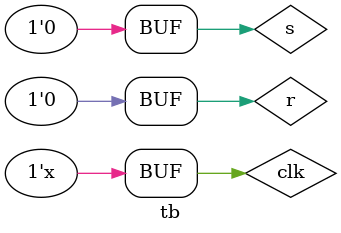
<source format=v>
`timescale 1ns / 1ps


module tb();

reg clk = 0;

reg s, r;

wire latchQ, latchQn, flipQ, flipQn;

FF flip(s, r, clk, flipQ, flipQn);
 
SrLatch latch(s, r, latchQ, latchQn);

always begin

# 1 clk = ~clk;

end

initial begin

#3 s = 1'b0; r = 1'b0;
#3 s = 1'b0; r = 1'b1;
#3 s = 1'b1; r = 1'b0;
#3 s = 1'b1; r = 1'b1;
#3 s = 1'b0; r = 1'b1;
#3 s = 1'b1; r = 1'b0;
#3 s = 1'b0; r = 1'b0;

end


endmodule

</source>
